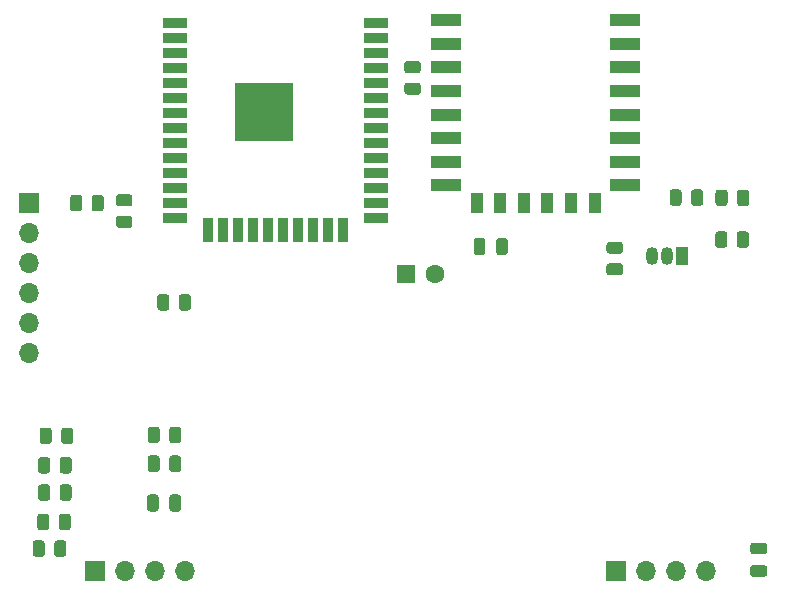
<source format=gbr>
%TF.GenerationSoftware,KiCad,Pcbnew,5.1.9+dfsg1-1*%
%TF.CreationDate,2021-05-21T09:37:11+02:00*%
%TF.ProjectId,vscp-din-m1-wireless-p1,76736370-2d64-4696-9e2d-6d312d776972,rev?*%
%TF.SameCoordinates,Original*%
%TF.FileFunction,Soldermask,Top*%
%TF.FilePolarity,Negative*%
%FSLAX46Y46*%
G04 Gerber Fmt 4.6, Leading zero omitted, Abs format (unit mm)*
G04 Created by KiCad (PCBNEW 5.1.9+dfsg1-1) date 2021-05-21 09:37:11*
%MOMM*%
%LPD*%
G01*
G04 APERTURE LIST*
%ADD10O,1.700000X1.700000*%
%ADD11R,1.700000X1.700000*%
%ADD12R,2.500000X1.000000*%
%ADD13R,1.000000X1.800000*%
%ADD14C,1.600000*%
%ADD15R,1.600000X1.600000*%
%ADD16R,2.000000X0.900000*%
%ADD17R,0.900000X2.000000*%
%ADD18R,5.000000X5.000000*%
%ADD19R,1.050000X1.500000*%
%ADD20O,1.050000X1.500000*%
G04 APERTURE END LIST*
D10*
%TO.C,J3*%
X72110600Y-99695000D03*
X72110600Y-97155000D03*
X72110600Y-94615000D03*
X72110600Y-92075000D03*
X72110600Y-89535000D03*
D11*
X72110600Y-86995000D03*
%TD*%
%TO.C,R19*%
G36*
G01*
X74237800Y-116705801D02*
X74237800Y-115805799D01*
G75*
G02*
X74487799Y-115555800I249999J0D01*
G01*
X75012801Y-115555800D01*
G75*
G02*
X75262800Y-115805799I0J-249999D01*
G01*
X75262800Y-116705801D01*
G75*
G02*
X75012801Y-116955800I-249999J0D01*
G01*
X74487799Y-116955800D01*
G75*
G02*
X74237800Y-116705801I0J249999D01*
G01*
G37*
G36*
G01*
X72412800Y-116705801D02*
X72412800Y-115805799D01*
G75*
G02*
X72662799Y-115555800I249999J0D01*
G01*
X73187801Y-115555800D01*
G75*
G02*
X73437800Y-115805799I0J-249999D01*
G01*
X73437800Y-116705801D01*
G75*
G02*
X73187801Y-116955800I-249999J0D01*
G01*
X72662799Y-116955800D01*
G75*
G02*
X72412800Y-116705801I0J249999D01*
G01*
G37*
%TD*%
D12*
%TO.C,U2*%
X122600000Y-71500000D03*
X122600000Y-73500000D03*
X122600000Y-75500000D03*
X122600000Y-77500000D03*
X122600000Y-79500000D03*
X122600000Y-81500000D03*
X122600000Y-83500000D03*
X122600000Y-85500000D03*
D13*
X120000000Y-87000000D03*
X118000000Y-87000000D03*
X116000000Y-87000000D03*
X114000000Y-87000000D03*
X112000000Y-87000000D03*
X110000000Y-87000000D03*
D12*
X107400000Y-85500000D03*
X107400000Y-83500000D03*
X107400000Y-81500000D03*
X107400000Y-79500000D03*
X107400000Y-77500000D03*
X107400000Y-75500000D03*
X107400000Y-73500000D03*
X107400000Y-71500000D03*
%TD*%
%TO.C,R18*%
G36*
G01*
X83166000Y-106179199D02*
X83166000Y-107079201D01*
G75*
G02*
X82916001Y-107329200I-249999J0D01*
G01*
X82390999Y-107329200D01*
G75*
G02*
X82141000Y-107079201I0J249999D01*
G01*
X82141000Y-106179199D01*
G75*
G02*
X82390999Y-105929200I249999J0D01*
G01*
X82916001Y-105929200D01*
G75*
G02*
X83166000Y-106179199I0J-249999D01*
G01*
G37*
G36*
G01*
X84991000Y-106179199D02*
X84991000Y-107079201D01*
G75*
G02*
X84741001Y-107329200I-249999J0D01*
G01*
X84215999Y-107329200D01*
G75*
G02*
X83966000Y-107079201I0J249999D01*
G01*
X83966000Y-106179199D01*
G75*
G02*
X84215999Y-105929200I249999J0D01*
G01*
X84741001Y-105929200D01*
G75*
G02*
X84991000Y-106179199I0J-249999D01*
G01*
G37*
%TD*%
%TO.C,R17*%
G36*
G01*
X74022000Y-106255399D02*
X74022000Y-107155401D01*
G75*
G02*
X73772001Y-107405400I-249999J0D01*
G01*
X73246999Y-107405400D01*
G75*
G02*
X72997000Y-107155401I0J249999D01*
G01*
X72997000Y-106255399D01*
G75*
G02*
X73246999Y-106005400I249999J0D01*
G01*
X73772001Y-106005400D01*
G75*
G02*
X74022000Y-106255399I0J-249999D01*
G01*
G37*
G36*
G01*
X75847000Y-106255399D02*
X75847000Y-107155401D01*
G75*
G02*
X75597001Y-107405400I-249999J0D01*
G01*
X75071999Y-107405400D01*
G75*
G02*
X74822000Y-107155401I0J249999D01*
G01*
X74822000Y-106255399D01*
G75*
G02*
X75071999Y-106005400I249999J0D01*
G01*
X75597001Y-106005400D01*
G75*
G02*
X75847000Y-106255399I0J-249999D01*
G01*
G37*
%TD*%
%TO.C,R16*%
G36*
G01*
X84778800Y-95852401D02*
X84778800Y-94952399D01*
G75*
G02*
X85028799Y-94702400I249999J0D01*
G01*
X85553801Y-94702400D01*
G75*
G02*
X85803800Y-94952399I0J-249999D01*
G01*
X85803800Y-95852401D01*
G75*
G02*
X85553801Y-96102400I-249999J0D01*
G01*
X85028799Y-96102400D01*
G75*
G02*
X84778800Y-95852401I0J249999D01*
G01*
G37*
G36*
G01*
X82953800Y-95852401D02*
X82953800Y-94952399D01*
G75*
G02*
X83203799Y-94702400I249999J0D01*
G01*
X83728801Y-94702400D01*
G75*
G02*
X83978800Y-94952399I0J-249999D01*
G01*
X83978800Y-95852401D01*
G75*
G02*
X83728801Y-96102400I-249999J0D01*
G01*
X83203799Y-96102400D01*
G75*
G02*
X82953800Y-95852401I0J249999D01*
G01*
G37*
%TD*%
%TO.C,R15*%
G36*
G01*
X74616900Y-114445201D02*
X74616900Y-113545199D01*
G75*
G02*
X74866899Y-113295200I249999J0D01*
G01*
X75391901Y-113295200D01*
G75*
G02*
X75641900Y-113545199I0J-249999D01*
G01*
X75641900Y-114445201D01*
G75*
G02*
X75391901Y-114695200I-249999J0D01*
G01*
X74866899Y-114695200D01*
G75*
G02*
X74616900Y-114445201I0J249999D01*
G01*
G37*
G36*
G01*
X72791900Y-114445201D02*
X72791900Y-113545199D01*
G75*
G02*
X73041899Y-113295200I249999J0D01*
G01*
X73566901Y-113295200D01*
G75*
G02*
X73816900Y-113545199I0J-249999D01*
G01*
X73816900Y-114445201D01*
G75*
G02*
X73566901Y-114695200I-249999J0D01*
G01*
X73041899Y-114695200D01*
G75*
G02*
X72791900Y-114445201I0J249999D01*
G01*
G37*
%TD*%
%TO.C,R14*%
G36*
G01*
X83966000Y-109517601D02*
X83966000Y-108617599D01*
G75*
G02*
X84215999Y-108367600I249999J0D01*
G01*
X84741001Y-108367600D01*
G75*
G02*
X84991000Y-108617599I0J-249999D01*
G01*
X84991000Y-109517601D01*
G75*
G02*
X84741001Y-109767600I-249999J0D01*
G01*
X84215999Y-109767600D01*
G75*
G02*
X83966000Y-109517601I0J249999D01*
G01*
G37*
G36*
G01*
X82141000Y-109517601D02*
X82141000Y-108617599D01*
G75*
G02*
X82390999Y-108367600I249999J0D01*
G01*
X82916001Y-108367600D01*
G75*
G02*
X83166000Y-108617599I0J-249999D01*
G01*
X83166000Y-109517601D01*
G75*
G02*
X82916001Y-109767600I-249999J0D01*
G01*
X82390999Y-109767600D01*
G75*
G02*
X82141000Y-109517601I0J249999D01*
G01*
G37*
%TD*%
%TO.C,R13*%
G36*
G01*
X74693100Y-109644601D02*
X74693100Y-108744599D01*
G75*
G02*
X74943099Y-108494600I249999J0D01*
G01*
X75468101Y-108494600D01*
G75*
G02*
X75718100Y-108744599I0J-249999D01*
G01*
X75718100Y-109644601D01*
G75*
G02*
X75468101Y-109894600I-249999J0D01*
G01*
X74943099Y-109894600D01*
G75*
G02*
X74693100Y-109644601I0J249999D01*
G01*
G37*
G36*
G01*
X72868100Y-109644601D02*
X72868100Y-108744599D01*
G75*
G02*
X73118099Y-108494600I249999J0D01*
G01*
X73643101Y-108494600D01*
G75*
G02*
X73893100Y-108744599I0J-249999D01*
G01*
X73893100Y-109644601D01*
G75*
G02*
X73643101Y-109894600I-249999J0D01*
G01*
X73118099Y-109894600D01*
G75*
G02*
X72868100Y-109644601I0J249999D01*
G01*
G37*
%TD*%
%TO.C,R12*%
G36*
G01*
X74695000Y-111956001D02*
X74695000Y-111055999D01*
G75*
G02*
X74944999Y-110806000I249999J0D01*
G01*
X75470001Y-110806000D01*
G75*
G02*
X75720000Y-111055999I0J-249999D01*
G01*
X75720000Y-111956001D01*
G75*
G02*
X75470001Y-112206000I-249999J0D01*
G01*
X74944999Y-112206000D01*
G75*
G02*
X74695000Y-111956001I0J249999D01*
G01*
G37*
G36*
G01*
X72870000Y-111956001D02*
X72870000Y-111055999D01*
G75*
G02*
X73119999Y-110806000I249999J0D01*
G01*
X73645001Y-110806000D01*
G75*
G02*
X73895000Y-111055999I0J-249999D01*
G01*
X73895000Y-111956001D01*
G75*
G02*
X73645001Y-112206000I-249999J0D01*
G01*
X73119999Y-112206000D01*
G75*
G02*
X72870000Y-111956001I0J249999D01*
G01*
G37*
%TD*%
%TO.C,R11*%
G36*
G01*
X131222800Y-89643799D02*
X131222800Y-90543801D01*
G75*
G02*
X130972801Y-90793800I-249999J0D01*
G01*
X130447799Y-90793800D01*
G75*
G02*
X130197800Y-90543801I0J249999D01*
G01*
X130197800Y-89643799D01*
G75*
G02*
X130447799Y-89393800I249999J0D01*
G01*
X130972801Y-89393800D01*
G75*
G02*
X131222800Y-89643799I0J-249999D01*
G01*
G37*
G36*
G01*
X133047800Y-89643799D02*
X133047800Y-90543801D01*
G75*
G02*
X132797801Y-90793800I-249999J0D01*
G01*
X132272799Y-90793800D01*
G75*
G02*
X132022800Y-90543801I0J249999D01*
G01*
X132022800Y-89643799D01*
G75*
G02*
X132272799Y-89393800I249999J0D01*
G01*
X132797801Y-89393800D01*
G75*
G02*
X133047800Y-89643799I0J-249999D01*
G01*
G37*
%TD*%
%TO.C,R10*%
G36*
G01*
X131246300Y-86113199D02*
X131246300Y-87013201D01*
G75*
G02*
X130996301Y-87263200I-249999J0D01*
G01*
X130471299Y-87263200D01*
G75*
G02*
X130221300Y-87013201I0J249999D01*
G01*
X130221300Y-86113199D01*
G75*
G02*
X130471299Y-85863200I249999J0D01*
G01*
X130996301Y-85863200D01*
G75*
G02*
X131246300Y-86113199I0J-249999D01*
G01*
G37*
G36*
G01*
X133071300Y-86113199D02*
X133071300Y-87013201D01*
G75*
G02*
X132821301Y-87263200I-249999J0D01*
G01*
X132296299Y-87263200D01*
G75*
G02*
X132046300Y-87013201I0J249999D01*
G01*
X132046300Y-86113199D01*
G75*
G02*
X132296299Y-85863200I249999J0D01*
G01*
X132821301Y-85863200D01*
G75*
G02*
X133071300Y-86113199I0J-249999D01*
G01*
G37*
%TD*%
%TO.C,R9*%
G36*
G01*
X122141401Y-91294000D02*
X121241399Y-91294000D01*
G75*
G02*
X120991400Y-91044001I0J249999D01*
G01*
X120991400Y-90518999D01*
G75*
G02*
X121241399Y-90269000I249999J0D01*
G01*
X122141401Y-90269000D01*
G75*
G02*
X122391400Y-90518999I0J-249999D01*
G01*
X122391400Y-91044001D01*
G75*
G02*
X122141401Y-91294000I-249999J0D01*
G01*
G37*
G36*
G01*
X122141401Y-93119000D02*
X121241399Y-93119000D01*
G75*
G02*
X120991400Y-92869001I0J249999D01*
G01*
X120991400Y-92343999D01*
G75*
G02*
X121241399Y-92094000I249999J0D01*
G01*
X122141401Y-92094000D01*
G75*
G02*
X122391400Y-92343999I0J-249999D01*
G01*
X122391400Y-92869001D01*
G75*
G02*
X122141401Y-93119000I-249999J0D01*
G01*
G37*
%TD*%
%TO.C,R7*%
G36*
G01*
X76600000Y-86549999D02*
X76600000Y-87450001D01*
G75*
G02*
X76350001Y-87700000I-249999J0D01*
G01*
X75824999Y-87700000D01*
G75*
G02*
X75575000Y-87450001I0J249999D01*
G01*
X75575000Y-86549999D01*
G75*
G02*
X75824999Y-86300000I249999J0D01*
G01*
X76350001Y-86300000D01*
G75*
G02*
X76600000Y-86549999I0J-249999D01*
G01*
G37*
G36*
G01*
X78425000Y-86549999D02*
X78425000Y-87450001D01*
G75*
G02*
X78175001Y-87700000I-249999J0D01*
G01*
X77649999Y-87700000D01*
G75*
G02*
X77400000Y-87450001I0J249999D01*
G01*
X77400000Y-86549999D01*
G75*
G02*
X77649999Y-86300000I249999J0D01*
G01*
X78175001Y-86300000D01*
G75*
G02*
X78425000Y-86549999I0J-249999D01*
G01*
G37*
%TD*%
%TO.C,R6*%
G36*
G01*
X127362000Y-86087799D02*
X127362000Y-86987801D01*
G75*
G02*
X127112001Y-87237800I-249999J0D01*
G01*
X126586999Y-87237800D01*
G75*
G02*
X126337000Y-86987801I0J249999D01*
G01*
X126337000Y-86087799D01*
G75*
G02*
X126586999Y-85837800I249999J0D01*
G01*
X127112001Y-85837800D01*
G75*
G02*
X127362000Y-86087799I0J-249999D01*
G01*
G37*
G36*
G01*
X129187000Y-86087799D02*
X129187000Y-86987801D01*
G75*
G02*
X128937001Y-87237800I-249999J0D01*
G01*
X128411999Y-87237800D01*
G75*
G02*
X128162000Y-86987801I0J249999D01*
G01*
X128162000Y-86087799D01*
G75*
G02*
X128411999Y-85837800I249999J0D01*
G01*
X128937001Y-85837800D01*
G75*
G02*
X129187000Y-86087799I0J-249999D01*
G01*
G37*
%TD*%
%TO.C,R5*%
G36*
G01*
X80612401Y-87280800D02*
X79712399Y-87280800D01*
G75*
G02*
X79462400Y-87030801I0J249999D01*
G01*
X79462400Y-86505799D01*
G75*
G02*
X79712399Y-86255800I249999J0D01*
G01*
X80612401Y-86255800D01*
G75*
G02*
X80862400Y-86505799I0J-249999D01*
G01*
X80862400Y-87030801D01*
G75*
G02*
X80612401Y-87280800I-249999J0D01*
G01*
G37*
G36*
G01*
X80612401Y-89105800D02*
X79712399Y-89105800D01*
G75*
G02*
X79462400Y-88855801I0J249999D01*
G01*
X79462400Y-88330799D01*
G75*
G02*
X79712399Y-88080800I249999J0D01*
G01*
X80612401Y-88080800D01*
G75*
G02*
X80862400Y-88330799I0J-249999D01*
G01*
X80862400Y-88855801D01*
G75*
G02*
X80612401Y-89105800I-249999J0D01*
G01*
G37*
%TD*%
%TO.C,R1*%
G36*
G01*
X105021801Y-76003200D02*
X104121799Y-76003200D01*
G75*
G02*
X103871800Y-75753201I0J249999D01*
G01*
X103871800Y-75228199D01*
G75*
G02*
X104121799Y-74978200I249999J0D01*
G01*
X105021801Y-74978200D01*
G75*
G02*
X105271800Y-75228199I0J-249999D01*
G01*
X105271800Y-75753201D01*
G75*
G02*
X105021801Y-76003200I-249999J0D01*
G01*
G37*
G36*
G01*
X105021801Y-77828200D02*
X104121799Y-77828200D01*
G75*
G02*
X103871800Y-77578201I0J249999D01*
G01*
X103871800Y-77053199D01*
G75*
G02*
X104121799Y-76803200I249999J0D01*
G01*
X105021801Y-76803200D01*
G75*
G02*
X105271800Y-77053199I0J-249999D01*
G01*
X105271800Y-77578201D01*
G75*
G02*
X105021801Y-77828200I-249999J0D01*
G01*
G37*
%TD*%
%TO.C,C6*%
G36*
G01*
X83990600Y-112870000D02*
X83990600Y-111920000D01*
G75*
G02*
X84240600Y-111670000I250000J0D01*
G01*
X84740600Y-111670000D01*
G75*
G02*
X84990600Y-111920000I0J-250000D01*
G01*
X84990600Y-112870000D01*
G75*
G02*
X84740600Y-113120000I-250000J0D01*
G01*
X84240600Y-113120000D01*
G75*
G02*
X83990600Y-112870000I0J250000D01*
G01*
G37*
G36*
G01*
X82090600Y-112870000D02*
X82090600Y-111920000D01*
G75*
G02*
X82340600Y-111670000I250000J0D01*
G01*
X82840600Y-111670000D01*
G75*
G02*
X83090600Y-111920000I0J-250000D01*
G01*
X83090600Y-112870000D01*
G75*
G02*
X82840600Y-113120000I-250000J0D01*
G01*
X82340600Y-113120000D01*
G75*
G02*
X82090600Y-112870000I0J250000D01*
G01*
G37*
%TD*%
%TO.C,C5*%
G36*
G01*
X134358400Y-116745600D02*
X133408400Y-116745600D01*
G75*
G02*
X133158400Y-116495600I0J250000D01*
G01*
X133158400Y-115995600D01*
G75*
G02*
X133408400Y-115745600I250000J0D01*
G01*
X134358400Y-115745600D01*
G75*
G02*
X134608400Y-115995600I0J-250000D01*
G01*
X134608400Y-116495600D01*
G75*
G02*
X134358400Y-116745600I-250000J0D01*
G01*
G37*
G36*
G01*
X134358400Y-118645600D02*
X133408400Y-118645600D01*
G75*
G02*
X133158400Y-118395600I0J250000D01*
G01*
X133158400Y-117895600D01*
G75*
G02*
X133408400Y-117645600I250000J0D01*
G01*
X134358400Y-117645600D01*
G75*
G02*
X134608400Y-117895600I0J-250000D01*
G01*
X134608400Y-118395600D01*
G75*
G02*
X134358400Y-118645600I-250000J0D01*
G01*
G37*
%TD*%
D14*
%TO.C,C2*%
X106500000Y-93000000D03*
D15*
X104000000Y-93000000D03*
%TD*%
%TO.C,C1*%
G36*
G01*
X111636000Y-91153000D02*
X111636000Y-90203000D01*
G75*
G02*
X111886000Y-89953000I250000J0D01*
G01*
X112386000Y-89953000D01*
G75*
G02*
X112636000Y-90203000I0J-250000D01*
G01*
X112636000Y-91153000D01*
G75*
G02*
X112386000Y-91403000I-250000J0D01*
G01*
X111886000Y-91403000D01*
G75*
G02*
X111636000Y-91153000I0J250000D01*
G01*
G37*
G36*
G01*
X109736000Y-91153000D02*
X109736000Y-90203000D01*
G75*
G02*
X109986000Y-89953000I250000J0D01*
G01*
X110486000Y-89953000D01*
G75*
G02*
X110736000Y-90203000I0J-250000D01*
G01*
X110736000Y-91153000D01*
G75*
G02*
X110486000Y-91403000I-250000J0D01*
G01*
X109986000Y-91403000D01*
G75*
G02*
X109736000Y-91153000I0J250000D01*
G01*
G37*
%TD*%
D16*
%TO.C,U1*%
X101500000Y-71745000D03*
X101500000Y-73015000D03*
X101500000Y-74285000D03*
X101500000Y-75555000D03*
X101500000Y-76825000D03*
X101500000Y-78095000D03*
X101500000Y-79365000D03*
X101500000Y-80635000D03*
X101500000Y-81905000D03*
X101500000Y-83175000D03*
X101500000Y-84445000D03*
X101500000Y-85715000D03*
X101500000Y-86985000D03*
X101500000Y-88255000D03*
D17*
X98715000Y-89255000D03*
X97445000Y-89255000D03*
X96175000Y-89255000D03*
X94905000Y-89255000D03*
X93635000Y-89255000D03*
X92365000Y-89255000D03*
X91095000Y-89255000D03*
X89825000Y-89255000D03*
X88555000Y-89255000D03*
X87285000Y-89255000D03*
D16*
X84500000Y-88255000D03*
X84500000Y-86985000D03*
X84500000Y-85715000D03*
X84500000Y-84445000D03*
X84500000Y-83175000D03*
X84500000Y-81905000D03*
X84500000Y-80635000D03*
X84500000Y-79365000D03*
X84500000Y-78095000D03*
X84500000Y-76825000D03*
X84500000Y-75555000D03*
X84500000Y-74285000D03*
X84500000Y-73015000D03*
X84500000Y-71745000D03*
D18*
X92000000Y-79245000D03*
%TD*%
D19*
%TO.C,Q1*%
X127381000Y-91465400D03*
D20*
X124841000Y-91465400D03*
X126111000Y-91465400D03*
%TD*%
D10*
%TO.C,J2*%
X129413000Y-118135400D03*
X126873000Y-118135400D03*
X124333000Y-118135400D03*
D11*
X121793000Y-118135400D03*
%TD*%
D10*
%TO.C,J1*%
X85344000Y-118160800D03*
X82804000Y-118160800D03*
X80264000Y-118160800D03*
D11*
X77724000Y-118160800D03*
%TD*%
M02*

</source>
